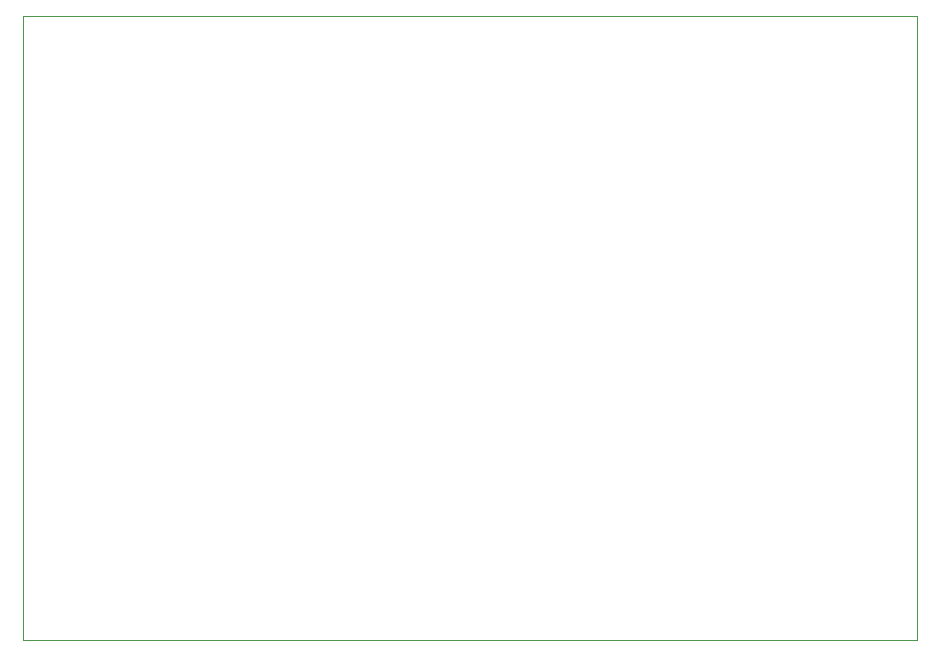
<source format=gbr>
%TF.GenerationSoftware,KiCad,Pcbnew,(5.1.10)-1*%
%TF.CreationDate,2021-10-24T16:06:26+08:00*%
%TF.ProjectId,M1W,4d31572e-6b69-4636-9164-5f7063625858,rev?*%
%TF.SameCoordinates,Original*%
%TF.FileFunction,Profile,NP*%
%FSLAX46Y46*%
G04 Gerber Fmt 4.6, Leading zero omitted, Abs format (unit mm)*
G04 Created by KiCad (PCBNEW (5.1.10)-1) date 2021-10-24 16:06:26*
%MOMM*%
%LPD*%
G01*
G04 APERTURE LIST*
%TA.AperFunction,Profile*%
%ADD10C,0.050000*%
%TD*%
G04 APERTURE END LIST*
D10*
X173482000Y-146050000D02*
X173482000Y-93218000D01*
X249174000Y-146050000D02*
X173482000Y-146050000D01*
X249174000Y-93218000D02*
X249174000Y-146050000D01*
X173482000Y-93218000D02*
X249174000Y-93218000D01*
M02*

</source>
